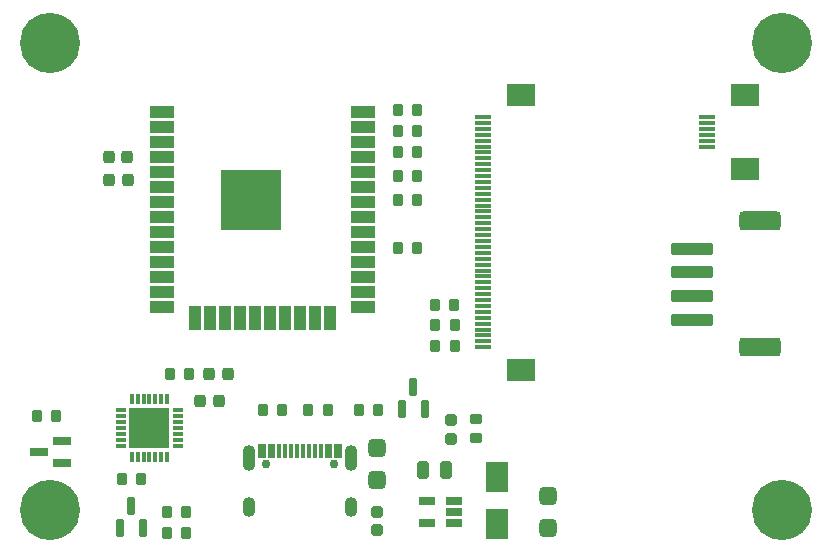
<source format=gbr>
%TF.GenerationSoftware,KiCad,Pcbnew,6.0.2+dfsg-1*%
%TF.CreationDate,2022-09-10T17:36:14-07:00*%
%TF.ProjectId,OpenHasp-1Gang,4f70656e-4861-4737-902d-3147616e672e,rev?*%
%TF.SameCoordinates,Original*%
%TF.FileFunction,Soldermask,Top*%
%TF.FilePolarity,Negative*%
%FSLAX46Y46*%
G04 Gerber Fmt 4.6, Leading zero omitted, Abs format (unit mm)*
G04 Created by KiCad (PCBNEW 6.0.2+dfsg-1) date 2022-09-10 17:36:14*
%MOMM*%
%LPD*%
G01*
G04 APERTURE LIST*
G04 Aperture macros list*
%AMRoundRect*
0 Rectangle with rounded corners*
0 $1 Rounding radius*
0 $2 $3 $4 $5 $6 $7 $8 $9 X,Y pos of 4 corners*
0 Add a 4 corners polygon primitive as box body*
4,1,4,$2,$3,$4,$5,$6,$7,$8,$9,$2,$3,0*
0 Add four circle primitives for the rounded corners*
1,1,$1+$1,$2,$3*
1,1,$1+$1,$4,$5*
1,1,$1+$1,$6,$7*
1,1,$1+$1,$8,$9*
0 Add four rect primitives between the rounded corners*
20,1,$1+$1,$2,$3,$4,$5,0*
20,1,$1+$1,$4,$5,$6,$7,0*
20,1,$1+$1,$6,$7,$8,$9,0*
20,1,$1+$1,$8,$9,$2,$3,0*%
G04 Aperture macros list end*
%ADD10RoundRect,0.275000X0.250000X-0.225000X0.250000X0.225000X-0.250000X0.225000X-0.250000X-0.225000X0*%
%ADD11RoundRect,0.050000X0.650000X-0.150000X0.650000X0.150000X-0.650000X0.150000X-0.650000X-0.150000X0*%
%ADD12RoundRect,0.050000X1.100000X-0.900000X1.100000X0.900000X-1.100000X0.900000X-1.100000X-0.900000X0*%
%ADD13C,0.900000*%
%ADD14C,5.100000*%
%ADD15RoundRect,0.200000X0.150000X-0.587500X0.150000X0.587500X-0.150000X0.587500X-0.150000X-0.587500X0*%
%ADD16RoundRect,0.250000X-0.200000X-0.275000X0.200000X-0.275000X0.200000X0.275000X-0.200000X0.275000X0*%
%ADD17RoundRect,0.200000X0.587500X0.150000X-0.587500X0.150000X-0.587500X-0.150000X0.587500X-0.150000X0*%
%ADD18RoundRect,0.250000X0.200000X0.275000X-0.200000X0.275000X-0.200000X-0.275000X0.200000X-0.275000X0*%
%ADD19RoundRect,0.275000X0.225000X0.250000X-0.225000X0.250000X-0.225000X-0.250000X0.225000X-0.250000X0*%
%ADD20RoundRect,0.112500X0.337500X0.062500X-0.337500X0.062500X-0.337500X-0.062500X0.337500X-0.062500X0*%
%ADD21RoundRect,0.112500X0.062500X0.337500X-0.062500X0.337500X-0.062500X-0.337500X0.062500X-0.337500X0*%
%ADD22RoundRect,0.050000X1.675000X1.675000X-1.675000X1.675000X-1.675000X-1.675000X1.675000X-1.675000X0*%
%ADD23RoundRect,0.250000X0.275000X-0.200000X0.275000X0.200000X-0.275000X0.200000X-0.275000X-0.200000X0*%
%ADD24RoundRect,0.275000X-0.225000X-0.250000X0.225000X-0.250000X0.225000X0.250000X-0.225000X0.250000X0*%
%ADD25RoundRect,0.300000X-0.425000X0.450000X-0.425000X-0.450000X0.425000X-0.450000X0.425000X0.450000X0*%
%ADD26RoundRect,0.050000X-1.000000X-0.450000X1.000000X-0.450000X1.000000X0.450000X-1.000000X0.450000X0*%
%ADD27RoundRect,0.050000X0.450000X-1.000000X0.450000X1.000000X-0.450000X1.000000X-0.450000X-1.000000X0*%
%ADD28RoundRect,0.050000X-2.500000X-2.500000X2.500000X-2.500000X2.500000X2.500000X-2.500000X2.500000X0*%
%ADD29RoundRect,0.293750X0.243750X0.456250X-0.243750X0.456250X-0.243750X-0.456250X0.243750X-0.456250X0*%
%ADD30C,0.750000*%
%ADD31RoundRect,0.050000X-0.150000X-0.575000X0.150000X-0.575000X0.150000X0.575000X-0.150000X0.575000X0*%
%ADD32O,1.100000X1.700000*%
%ADD33O,1.100000X2.200000*%
%ADD34RoundRect,0.050000X0.900000X-1.250000X0.900000X1.250000X-0.900000X1.250000X-0.900000X-1.250000X0*%
%ADD35RoundRect,0.300000X0.425000X-0.450000X0.425000X0.450000X-0.425000X0.450000X-0.425000X-0.450000X0*%
%ADD36RoundRect,0.200000X0.512500X0.150000X-0.512500X0.150000X-0.512500X-0.150000X0.512500X-0.150000X0*%
%ADD37RoundRect,0.300000X1.500000X-0.250000X1.500000X0.250000X-1.500000X0.250000X-1.500000X-0.250000X0*%
%ADD38RoundRect,0.300001X1.449999X-0.499999X1.449999X0.499999X-1.449999X0.499999X-1.449999X-0.499999X0*%
G04 APERTURE END LIST*
D10*
%TO.C,C7*%
X113230000Y26257000D03*
X113230000Y27807000D03*
%TD*%
D11*
%TO.C,FPC2*%
X141100000Y58740000D03*
X141100000Y59240000D03*
X141100000Y59740000D03*
X141100000Y60240000D03*
X141100000Y60740000D03*
X141100000Y61240000D03*
D12*
X144350000Y56840000D03*
X144350000Y63140000D03*
%TD*%
D13*
%TO.C,H1*%
X85500000Y29875000D03*
X86825825Y29325825D03*
X83625000Y28000000D03*
X84174175Y29325825D03*
D14*
X85500000Y28000000D03*
D13*
X85500000Y26125000D03*
X87375000Y28000000D03*
X84174175Y26674175D03*
X86825825Y26674175D03*
%TD*%
%TO.C,H2*%
X145625000Y67500000D03*
X147500000Y65625000D03*
X146174175Y66174175D03*
X148825825Y66174175D03*
X147500000Y69375000D03*
D14*
X147500000Y67500000D03*
D13*
X149375000Y67500000D03*
X146174175Y68825825D03*
X148825825Y68825825D03*
%TD*%
%TO.C,H3*%
X86855825Y68855825D03*
X83655000Y67530000D03*
X86855825Y66204175D03*
D14*
X85530000Y67530000D03*
D13*
X87405000Y67530000D03*
X84204175Y68855825D03*
X85530000Y65655000D03*
X84204175Y66204175D03*
X85530000Y69405000D03*
%TD*%
D15*
%TO.C,Q3*%
X115328000Y36508500D03*
X117228000Y36508500D03*
X116278000Y38383500D03*
%TD*%
D16*
%TO.C,R12*%
X114945000Y61830000D03*
X116595000Y61830000D03*
%TD*%
D17*
%TO.C,Q1*%
X86481500Y31924000D03*
X86481500Y33824000D03*
X84606500Y32874000D03*
%TD*%
D18*
%TO.C,R5*%
X97037000Y27794000D03*
X95387000Y27794000D03*
%TD*%
D13*
%TO.C,H4*%
X147500000Y29875000D03*
D14*
X147500000Y28000000D03*
D13*
X146174175Y26674175D03*
X149375000Y28000000D03*
X147500000Y26125000D03*
X148825825Y26674175D03*
X148825825Y29325825D03*
X145625000Y28000000D03*
X146174175Y29325825D03*
%TD*%
D19*
%TO.C,C6*%
X92025000Y57870000D03*
X90475000Y57870000D03*
%TD*%
D10*
%TO.C,C2*%
X119457500Y34005000D03*
X119457500Y35555000D03*
%TD*%
D20*
%TO.C,U1*%
X96376000Y33406000D03*
X96376000Y33906000D03*
X96376000Y34406000D03*
X96376000Y34906000D03*
X96376000Y35406000D03*
X96376000Y35906000D03*
X96376000Y36406000D03*
D21*
X95426000Y37356000D03*
X94926000Y37356000D03*
X94426000Y37356000D03*
X93926000Y37356000D03*
X93426000Y37356000D03*
X92926000Y37356000D03*
X92426000Y37356000D03*
D20*
X91476000Y36406000D03*
X91476000Y35906000D03*
X91476000Y35406000D03*
X91476000Y34906000D03*
X91476000Y34406000D03*
X91476000Y33906000D03*
X91476000Y33406000D03*
D21*
X92426000Y32456000D03*
X92926000Y32456000D03*
X93426000Y32456000D03*
X93926000Y32456000D03*
X94426000Y32456000D03*
X94926000Y32456000D03*
X95426000Y32456000D03*
D22*
X93926000Y34906000D03*
%TD*%
D18*
%TO.C,R6*%
X97037000Y26016000D03*
X95387000Y26016000D03*
%TD*%
D23*
%TO.C,R2*%
X121612000Y34045000D03*
X121612000Y35695000D03*
%TD*%
D18*
%TO.C,R1*%
X97291000Y39478000D03*
X95641000Y39478000D03*
%TD*%
D24*
%TO.C,C10*%
X98244000Y37192000D03*
X99794000Y37192000D03*
%TD*%
D19*
%TO.C,C8*%
X92085000Y55930000D03*
X90535000Y55930000D03*
%TD*%
D25*
%TO.C,C5*%
X113230000Y33208000D03*
X113230000Y30508000D03*
%TD*%
D24*
%TO.C,C1*%
X98993000Y39478000D03*
X100543000Y39478000D03*
%TD*%
D16*
%TO.C,R24*%
X103515000Y36430000D03*
X105165000Y36430000D03*
%TD*%
%TO.C,R18*%
X111643000Y36430000D03*
X113293000Y36430000D03*
%TD*%
D18*
%TO.C,R25*%
X109038000Y36430000D03*
X107388000Y36430000D03*
%TD*%
D11*
%TO.C,FPC1*%
X122150000Y61250000D03*
X122150000Y60750000D03*
X122150000Y60250000D03*
X122150000Y59750000D03*
X122150000Y59250000D03*
X122150000Y58750000D03*
X122150000Y58250000D03*
X122150000Y57750000D03*
X122150000Y57250000D03*
X122150000Y56750000D03*
X122150000Y56250000D03*
X122150000Y55750000D03*
X122150000Y55250000D03*
X122150000Y54750000D03*
X122150000Y54250000D03*
X122150000Y53750000D03*
X122150000Y53250000D03*
X122150000Y52750000D03*
X122150000Y52250000D03*
X122150000Y51750000D03*
X122150000Y51250000D03*
X122150000Y50750000D03*
X122150000Y50250000D03*
X122150000Y49750000D03*
X122150000Y49250000D03*
X122150000Y48750000D03*
X122150000Y48250000D03*
X122150000Y47750000D03*
X122150000Y47250000D03*
X122150000Y46750000D03*
X122150000Y46250000D03*
X122150000Y45750000D03*
X122150000Y45250000D03*
X122150000Y44750000D03*
X122150000Y44250000D03*
X122150000Y43750000D03*
X122150000Y43250000D03*
X122150000Y42750000D03*
X122150000Y42250000D03*
X122150000Y41750000D03*
D12*
X125400000Y63150000D03*
X125400000Y39850000D03*
%TD*%
D26*
%TO.C,U4*%
X95010000Y61703000D03*
X95010000Y60433000D03*
X95010000Y59163000D03*
X95010000Y57893000D03*
X95010000Y56623000D03*
X95010000Y55353000D03*
X95010000Y54083000D03*
X95010000Y52813000D03*
X95010000Y51543000D03*
X95010000Y50273000D03*
X95010000Y49003000D03*
X95010000Y47733000D03*
X95010000Y46463000D03*
X95010000Y45193000D03*
D27*
X97795000Y44193000D03*
X99065000Y44193000D03*
X100335000Y44193000D03*
X101605000Y44193000D03*
X102875000Y44193000D03*
X104145000Y44193000D03*
X105415000Y44193000D03*
X106685000Y44193000D03*
X107955000Y44193000D03*
X109225000Y44193000D03*
D26*
X112010000Y45193000D03*
X112010000Y46463000D03*
X112010000Y47733000D03*
X112010000Y49003000D03*
X112010000Y50273000D03*
X112010000Y51543000D03*
X112010000Y52813000D03*
X112010000Y54083000D03*
X112010000Y55353000D03*
X112010000Y56623000D03*
X112010000Y57893000D03*
X112010000Y59163000D03*
X112010000Y60433000D03*
X112010000Y61703000D03*
D28*
X102510000Y54203000D03*
%TD*%
D16*
%TO.C,R3*%
X114945000Y58274000D03*
X116595000Y58274000D03*
%TD*%
%TO.C,R10*%
X91577000Y30588000D03*
X93227000Y30588000D03*
%TD*%
%TO.C,R4*%
X114945000Y56242000D03*
X116595000Y56242000D03*
%TD*%
D15*
%TO.C,Q2*%
X91452000Y26427000D03*
X93352000Y26427000D03*
X92402000Y28302000D03*
%TD*%
D29*
%TO.C,F1*%
X118993500Y31350000D03*
X117118500Y31350000D03*
%TD*%
D30*
%TO.C,J5*%
X109565000Y31905000D03*
X103785000Y31905000D03*
D31*
X103325000Y32970000D03*
X104125000Y32970000D03*
X105425000Y32970000D03*
X106425000Y32970000D03*
X106925000Y32970000D03*
X107925000Y32970000D03*
X109225000Y32970000D03*
X110025000Y32970000D03*
X109725000Y32970000D03*
X108925000Y32970000D03*
X108425000Y32970000D03*
X107425000Y32970000D03*
X105925000Y32970000D03*
X104925000Y32970000D03*
X104425000Y32970000D03*
X103625000Y32970000D03*
D32*
X110995000Y28225000D03*
D33*
X110995000Y32405000D03*
X102355000Y32405000D03*
D32*
X102355000Y28225000D03*
%TD*%
D16*
%TO.C,R19*%
X118075000Y45320000D03*
X119725000Y45320000D03*
%TD*%
D34*
%TO.C,D1*%
X123390000Y26810000D03*
X123390000Y30810000D03*
%TD*%
D35*
%TO.C,C4*%
X127708000Y26444000D03*
X127708000Y29144000D03*
%TD*%
D36*
%TO.C,U3*%
X119701500Y26844000D03*
X119701500Y27794000D03*
X119701500Y28744000D03*
X117426500Y28744000D03*
X117426500Y26844000D03*
%TD*%
D18*
%TO.C,R23*%
X116595000Y50146000D03*
X114945000Y50146000D03*
%TD*%
D16*
%TO.C,R20*%
X118135000Y43650000D03*
X119785000Y43650000D03*
%TD*%
%TO.C,R21*%
X118135000Y41900000D03*
X119785000Y41900000D03*
%TD*%
D18*
%TO.C,R8*%
X86052000Y35922000D03*
X84402000Y35922000D03*
%TD*%
D16*
%TO.C,R11*%
X114945000Y60052000D03*
X116595000Y60052000D03*
%TD*%
%TO.C,R7*%
X114945000Y54210000D03*
X116595000Y54210000D03*
%TD*%
D37*
%TO.C,J2*%
X139844000Y44098000D03*
X139844000Y46098000D03*
X139844000Y48098000D03*
X139844000Y50098000D03*
D38*
X145594000Y41748000D03*
X145594000Y52448000D03*
%TD*%
G36*
X147044102Y40949001D02*
G01*
X147044102Y40947001D01*
X147042618Y40946016D01*
X147042610Y40946015D01*
X147042362Y40946000D01*
X144145638Y40946000D01*
X144143906Y40947000D01*
X144143906Y40949000D01*
X144145638Y40950000D01*
X147042370Y40950001D01*
X147044102Y40949001D01*
G37*
G36*
X147044094Y42549000D02*
G01*
X147044094Y42547000D01*
X147042362Y42546000D01*
X144145630Y42545999D01*
X144143898Y42546999D01*
X144143898Y42548999D01*
X144145382Y42549984D01*
X144145390Y42549985D01*
X144145638Y42550000D01*
X147042362Y42550000D01*
X147044094Y42549000D01*
G37*
G36*
X147044102Y51649001D02*
G01*
X147044102Y51647001D01*
X147042618Y51646016D01*
X147042610Y51646015D01*
X147042362Y51646000D01*
X144145638Y51646000D01*
X144143906Y51647000D01*
X144143906Y51649000D01*
X144145638Y51650000D01*
X147042370Y51650001D01*
X147044102Y51649001D01*
G37*
G36*
X147044094Y53249000D02*
G01*
X147044094Y53247000D01*
X147042362Y53246000D01*
X144145630Y53245999D01*
X144143898Y53246999D01*
X144143898Y53248999D01*
X144145382Y53249984D01*
X144145390Y53249985D01*
X144145638Y53250000D01*
X147042362Y53250000D01*
X147044094Y53249000D01*
G37*
M02*

</source>
